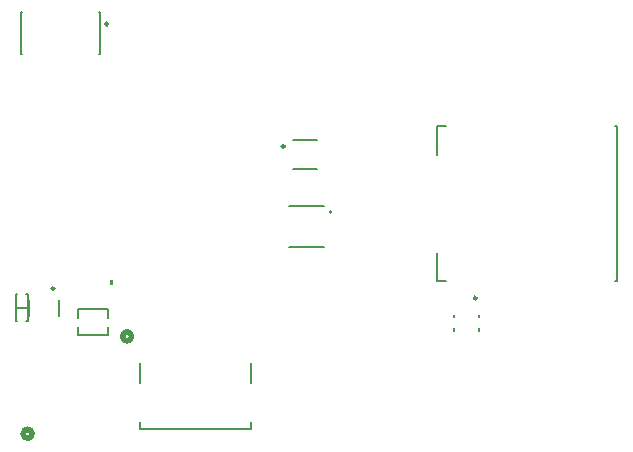
<source format=gbr>
%TF.GenerationSoftware,Altium Limited,Altium Designer,23.6.0 (18)*%
G04 Layer_Color=65535*
%FSLAX45Y45*%
%MOMM*%
%TF.SameCoordinates,DCE0C1D5-9975-4D98-BEBD-45AE40CD8FD9*%
%TF.FilePolarity,Positive*%
%TF.FileFunction,Legend,Top*%
%TF.Part,Single*%
G01*
G75*
%TA.AperFunction,NonConductor*%
%ADD44C,0.50800*%
%ADD45C,0.25000*%
%ADD46C,0.20000*%
%ADD47C,0.15000*%
%ADD48C,0.15240*%
%ADD49C,0.12700*%
G36*
X3544570Y3810630D02*
X3569970D01*
Y3772530D01*
X3544570D01*
Y3810630D01*
D02*
G37*
D44*
X2885440Y2510790D02*
G03*
X2885440Y2510790I-38100J0D01*
G01*
X3726841Y3334840D02*
G03*
X3726841Y3334840I-38100J0D01*
G01*
D45*
X3074065Y3740187D02*
G03*
X3074065Y3740187I-12500J0D01*
G01*
X6649283Y3659681D02*
G03*
X6649283Y3659681I-12500J0D01*
G01*
X5024300Y4942800D02*
G03*
X5024300Y4942800I-12500J0D01*
G01*
X3529200Y5980500D02*
G03*
X3529200Y5980500I-12500J0D01*
G01*
D46*
X5421500Y4387200D02*
G03*
X5421500Y4387200I-10000J0D01*
G01*
X3528060Y3344400D02*
Y3416300D01*
X3274060Y3344400D02*
X3528060D01*
X3274060D02*
Y3416300D01*
Y3492500D02*
Y3564400D01*
X3528060D01*
Y3492500D02*
Y3564400D01*
X2859065Y3510187D02*
Y3640188D01*
X3114065Y3510187D02*
Y3640188D01*
X6459283Y3382180D02*
Y3402180D01*
Y3497180D02*
Y3517180D01*
X6669283Y3382180D02*
Y3402180D01*
Y3497180D02*
Y3517180D01*
X5091800Y4751800D02*
X5296800D01*
X5091800Y5001800D02*
X5296800D01*
X3456700Y5728000D02*
Y6083000D01*
X2791700D02*
X2795200D01*
X3453200D02*
X3456700D01*
X2791700Y5728000D02*
Y6083000D01*
Y5728000D02*
X2795200D01*
X3453200D02*
X3456700D01*
D47*
X2748280Y3693160D02*
X2760980D01*
X2748280Y3464560D02*
Y3693160D01*
Y3464560D02*
X2760980D01*
X2837180D02*
X2849880D01*
Y3693160D01*
X2837180D02*
X2849880D01*
X2748280Y3578860D02*
X2849880D01*
D48*
X3800400Y2552530D02*
X4735120D01*
Y2607063D01*
Y2936292D02*
Y3106787D01*
X3800400Y2552530D02*
Y2607063D01*
Y2936293D02*
Y3106787D01*
X6311200Y3800000D02*
X6390626D01*
X6311200Y4870974D02*
Y5115400D01*
X7817174D02*
X7836600D01*
X6311200D02*
X6390626D01*
X6311200Y3800000D02*
Y4044426D01*
X7817174Y3800000D02*
X7836600D01*
Y5115400D01*
D49*
X5057000Y4439200D02*
X5357000D01*
X5057000Y4095200D02*
X5357000D01*
%TF.MD5,80951e1a2cd47315ea9954199deda506*%
M02*

</source>
